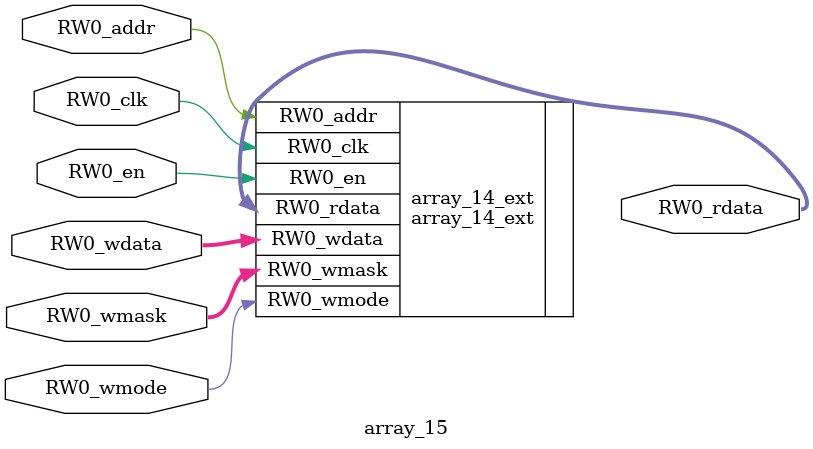
<source format=sv>
`ifndef RANDOMIZE
  `ifdef RANDOMIZE_MEM_INIT
    `define RANDOMIZE
  `endif // RANDOMIZE_MEM_INIT
`endif // not def RANDOMIZE
`ifndef RANDOMIZE
  `ifdef RANDOMIZE_REG_INIT
    `define RANDOMIZE
  `endif // RANDOMIZE_REG_INIT
`endif // not def RANDOMIZE

`ifndef RANDOM
  `define RANDOM $random
`endif // not def RANDOM

// Users can define INIT_RANDOM as general code that gets injected into the
// initializer block for modules with registers.
`ifndef INIT_RANDOM
  `define INIT_RANDOM
`endif // not def INIT_RANDOM

// If using random initialization, you can also define RANDOMIZE_DELAY to
// customize the delay used, otherwise 0.002 is used.
`ifndef RANDOMIZE_DELAY
  `define RANDOMIZE_DELAY 0.002
`endif // not def RANDOMIZE_DELAY

// Define INIT_RANDOM_PROLOG_ for use in our modules below.
`ifndef INIT_RANDOM_PROLOG_
  `ifdef RANDOMIZE
    `ifdef VERILATOR
      `define INIT_RANDOM_PROLOG_ `INIT_RANDOM
    `else  // VERILATOR
      `define INIT_RANDOM_PROLOG_ `INIT_RANDOM #`RANDOMIZE_DELAY begin end
    `endif // VERILATOR
  `else  // RANDOMIZE
    `define INIT_RANDOM_PROLOG_
  `endif // RANDOMIZE
`endif // not def INIT_RANDOM_PROLOG_

// Include register initializers in init blocks unless synthesis is set
`ifndef SYNTHESIS
  `ifndef ENABLE_INITIAL_REG_
    `define ENABLE_INITIAL_REG_
  `endif // not def ENABLE_INITIAL_REG_
`endif // not def SYNTHESIS

// Include rmemory initializers in init blocks unless synthesis is set
`ifndef SYNTHESIS
  `ifndef ENABLE_INITIAL_MEM_
    `define ENABLE_INITIAL_MEM_
  `endif // not def ENABLE_INITIAL_MEM_
`endif // not def SYNTHESIS

module array_15(
  input        RW0_addr,
  input        RW0_en,
  input        RW0_clk,
  input        RW0_wmode,
  input  [3:0] RW0_wdata,
  output [3:0] RW0_rdata,
  input  [3:0] RW0_wmask
);

  array_14_ext array_14_ext (
    .RW0_addr  (RW0_addr),
    .RW0_en    (RW0_en),
    .RW0_clk   (RW0_clk),
    .RW0_wmode (RW0_wmode),
    .RW0_wdata (RW0_wdata),
    .RW0_rdata (RW0_rdata),
    .RW0_wmask (RW0_wmask)
  );
endmodule


</source>
